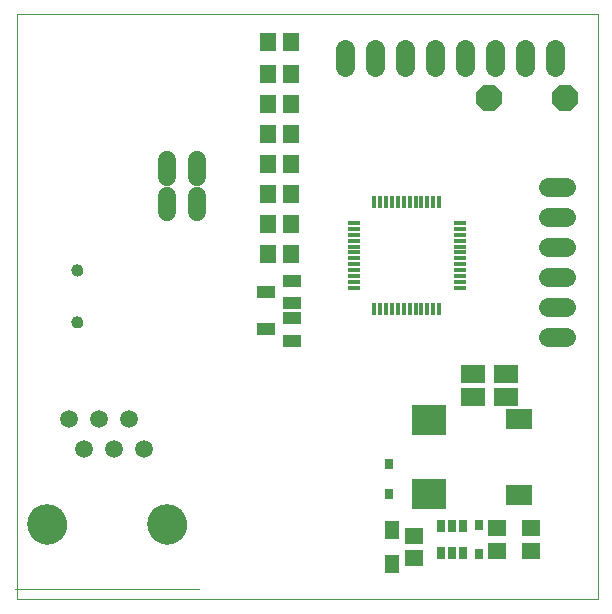
<source format=gbs>
G75*
%MOIN*%
%OFA0B0*%
%FSLAX25Y25*%
%IPPOS*%
%LPD*%
%AMOC8*
5,1,8,0,0,1.08239X$1,22.5*
%
%ADD10C,0.00000*%
%ADD11R,0.05518X0.06306*%
%ADD12R,0.11424X0.09849*%
%ADD13R,0.06306X0.05518*%
%ADD14R,0.08077X0.06306*%
%ADD15R,0.05912X0.04337*%
%ADD16R,0.02762X0.03550*%
%ADD17R,0.05124X0.06306*%
%ADD18R,0.04337X0.01187*%
%ADD19R,0.01187X0.04337*%
%ADD20R,0.02762X0.03943*%
%ADD21C,0.00039*%
%ADD22C,0.05943*%
%ADD23C,0.13200*%
%ADD24C,0.06000*%
%ADD25C,0.06400*%
%ADD26R,0.09061X0.06699*%
%ADD27OC8,0.08900*%
%ADD28C,0.03943*%
D10*
X0031644Y0065933D02*
X0031644Y0260894D01*
X0225345Y0260894D01*
X0225345Y0065933D01*
X0031644Y0065933D01*
X0035244Y0090933D02*
X0035246Y0091093D01*
X0035252Y0091252D01*
X0035262Y0091411D01*
X0035276Y0091570D01*
X0035294Y0091729D01*
X0035315Y0091887D01*
X0035341Y0092044D01*
X0035371Y0092201D01*
X0035404Y0092357D01*
X0035442Y0092512D01*
X0035483Y0092666D01*
X0035528Y0092819D01*
X0035577Y0092971D01*
X0035630Y0093122D01*
X0035686Y0093271D01*
X0035747Y0093419D01*
X0035810Y0093565D01*
X0035878Y0093710D01*
X0035949Y0093853D01*
X0036023Y0093994D01*
X0036101Y0094133D01*
X0036183Y0094270D01*
X0036268Y0094405D01*
X0036356Y0094538D01*
X0036448Y0094669D01*
X0036542Y0094797D01*
X0036640Y0094923D01*
X0036741Y0095047D01*
X0036845Y0095168D01*
X0036952Y0095286D01*
X0037062Y0095402D01*
X0037175Y0095515D01*
X0037291Y0095625D01*
X0037409Y0095732D01*
X0037530Y0095836D01*
X0037654Y0095937D01*
X0037780Y0096035D01*
X0037908Y0096129D01*
X0038039Y0096221D01*
X0038172Y0096309D01*
X0038307Y0096394D01*
X0038444Y0096476D01*
X0038583Y0096554D01*
X0038724Y0096628D01*
X0038867Y0096699D01*
X0039012Y0096767D01*
X0039158Y0096830D01*
X0039306Y0096891D01*
X0039455Y0096947D01*
X0039606Y0097000D01*
X0039758Y0097049D01*
X0039911Y0097094D01*
X0040065Y0097135D01*
X0040220Y0097173D01*
X0040376Y0097206D01*
X0040533Y0097236D01*
X0040690Y0097262D01*
X0040848Y0097283D01*
X0041007Y0097301D01*
X0041166Y0097315D01*
X0041325Y0097325D01*
X0041484Y0097331D01*
X0041644Y0097333D01*
X0041804Y0097331D01*
X0041963Y0097325D01*
X0042122Y0097315D01*
X0042281Y0097301D01*
X0042440Y0097283D01*
X0042598Y0097262D01*
X0042755Y0097236D01*
X0042912Y0097206D01*
X0043068Y0097173D01*
X0043223Y0097135D01*
X0043377Y0097094D01*
X0043530Y0097049D01*
X0043682Y0097000D01*
X0043833Y0096947D01*
X0043982Y0096891D01*
X0044130Y0096830D01*
X0044276Y0096767D01*
X0044421Y0096699D01*
X0044564Y0096628D01*
X0044705Y0096554D01*
X0044844Y0096476D01*
X0044981Y0096394D01*
X0045116Y0096309D01*
X0045249Y0096221D01*
X0045380Y0096129D01*
X0045508Y0096035D01*
X0045634Y0095937D01*
X0045758Y0095836D01*
X0045879Y0095732D01*
X0045997Y0095625D01*
X0046113Y0095515D01*
X0046226Y0095402D01*
X0046336Y0095286D01*
X0046443Y0095168D01*
X0046547Y0095047D01*
X0046648Y0094923D01*
X0046746Y0094797D01*
X0046840Y0094669D01*
X0046932Y0094538D01*
X0047020Y0094405D01*
X0047105Y0094270D01*
X0047187Y0094133D01*
X0047265Y0093994D01*
X0047339Y0093853D01*
X0047410Y0093710D01*
X0047478Y0093565D01*
X0047541Y0093419D01*
X0047602Y0093271D01*
X0047658Y0093122D01*
X0047711Y0092971D01*
X0047760Y0092819D01*
X0047805Y0092666D01*
X0047846Y0092512D01*
X0047884Y0092357D01*
X0047917Y0092201D01*
X0047947Y0092044D01*
X0047973Y0091887D01*
X0047994Y0091729D01*
X0048012Y0091570D01*
X0048026Y0091411D01*
X0048036Y0091252D01*
X0048042Y0091093D01*
X0048044Y0090933D01*
X0048042Y0090773D01*
X0048036Y0090614D01*
X0048026Y0090455D01*
X0048012Y0090296D01*
X0047994Y0090137D01*
X0047973Y0089979D01*
X0047947Y0089822D01*
X0047917Y0089665D01*
X0047884Y0089509D01*
X0047846Y0089354D01*
X0047805Y0089200D01*
X0047760Y0089047D01*
X0047711Y0088895D01*
X0047658Y0088744D01*
X0047602Y0088595D01*
X0047541Y0088447D01*
X0047478Y0088301D01*
X0047410Y0088156D01*
X0047339Y0088013D01*
X0047265Y0087872D01*
X0047187Y0087733D01*
X0047105Y0087596D01*
X0047020Y0087461D01*
X0046932Y0087328D01*
X0046840Y0087197D01*
X0046746Y0087069D01*
X0046648Y0086943D01*
X0046547Y0086819D01*
X0046443Y0086698D01*
X0046336Y0086580D01*
X0046226Y0086464D01*
X0046113Y0086351D01*
X0045997Y0086241D01*
X0045879Y0086134D01*
X0045758Y0086030D01*
X0045634Y0085929D01*
X0045508Y0085831D01*
X0045380Y0085737D01*
X0045249Y0085645D01*
X0045116Y0085557D01*
X0044981Y0085472D01*
X0044844Y0085390D01*
X0044705Y0085312D01*
X0044564Y0085238D01*
X0044421Y0085167D01*
X0044276Y0085099D01*
X0044130Y0085036D01*
X0043982Y0084975D01*
X0043833Y0084919D01*
X0043682Y0084866D01*
X0043530Y0084817D01*
X0043377Y0084772D01*
X0043223Y0084731D01*
X0043068Y0084693D01*
X0042912Y0084660D01*
X0042755Y0084630D01*
X0042598Y0084604D01*
X0042440Y0084583D01*
X0042281Y0084565D01*
X0042122Y0084551D01*
X0041963Y0084541D01*
X0041804Y0084535D01*
X0041644Y0084533D01*
X0041484Y0084535D01*
X0041325Y0084541D01*
X0041166Y0084551D01*
X0041007Y0084565D01*
X0040848Y0084583D01*
X0040690Y0084604D01*
X0040533Y0084630D01*
X0040376Y0084660D01*
X0040220Y0084693D01*
X0040065Y0084731D01*
X0039911Y0084772D01*
X0039758Y0084817D01*
X0039606Y0084866D01*
X0039455Y0084919D01*
X0039306Y0084975D01*
X0039158Y0085036D01*
X0039012Y0085099D01*
X0038867Y0085167D01*
X0038724Y0085238D01*
X0038583Y0085312D01*
X0038444Y0085390D01*
X0038307Y0085472D01*
X0038172Y0085557D01*
X0038039Y0085645D01*
X0037908Y0085737D01*
X0037780Y0085831D01*
X0037654Y0085929D01*
X0037530Y0086030D01*
X0037409Y0086134D01*
X0037291Y0086241D01*
X0037175Y0086351D01*
X0037062Y0086464D01*
X0036952Y0086580D01*
X0036845Y0086698D01*
X0036741Y0086819D01*
X0036640Y0086943D01*
X0036542Y0087069D01*
X0036448Y0087197D01*
X0036356Y0087328D01*
X0036268Y0087461D01*
X0036183Y0087596D01*
X0036101Y0087733D01*
X0036023Y0087872D01*
X0035949Y0088013D01*
X0035878Y0088156D01*
X0035810Y0088301D01*
X0035747Y0088447D01*
X0035686Y0088595D01*
X0035630Y0088744D01*
X0035577Y0088895D01*
X0035528Y0089047D01*
X0035483Y0089200D01*
X0035442Y0089354D01*
X0035404Y0089509D01*
X0035371Y0089665D01*
X0035341Y0089822D01*
X0035315Y0089979D01*
X0035294Y0090137D01*
X0035276Y0090296D01*
X0035262Y0090455D01*
X0035252Y0090614D01*
X0035246Y0090773D01*
X0035244Y0090933D01*
X0075244Y0090933D02*
X0075246Y0091093D01*
X0075252Y0091252D01*
X0075262Y0091411D01*
X0075276Y0091570D01*
X0075294Y0091729D01*
X0075315Y0091887D01*
X0075341Y0092044D01*
X0075371Y0092201D01*
X0075404Y0092357D01*
X0075442Y0092512D01*
X0075483Y0092666D01*
X0075528Y0092819D01*
X0075577Y0092971D01*
X0075630Y0093122D01*
X0075686Y0093271D01*
X0075747Y0093419D01*
X0075810Y0093565D01*
X0075878Y0093710D01*
X0075949Y0093853D01*
X0076023Y0093994D01*
X0076101Y0094133D01*
X0076183Y0094270D01*
X0076268Y0094405D01*
X0076356Y0094538D01*
X0076448Y0094669D01*
X0076542Y0094797D01*
X0076640Y0094923D01*
X0076741Y0095047D01*
X0076845Y0095168D01*
X0076952Y0095286D01*
X0077062Y0095402D01*
X0077175Y0095515D01*
X0077291Y0095625D01*
X0077409Y0095732D01*
X0077530Y0095836D01*
X0077654Y0095937D01*
X0077780Y0096035D01*
X0077908Y0096129D01*
X0078039Y0096221D01*
X0078172Y0096309D01*
X0078307Y0096394D01*
X0078444Y0096476D01*
X0078583Y0096554D01*
X0078724Y0096628D01*
X0078867Y0096699D01*
X0079012Y0096767D01*
X0079158Y0096830D01*
X0079306Y0096891D01*
X0079455Y0096947D01*
X0079606Y0097000D01*
X0079758Y0097049D01*
X0079911Y0097094D01*
X0080065Y0097135D01*
X0080220Y0097173D01*
X0080376Y0097206D01*
X0080533Y0097236D01*
X0080690Y0097262D01*
X0080848Y0097283D01*
X0081007Y0097301D01*
X0081166Y0097315D01*
X0081325Y0097325D01*
X0081484Y0097331D01*
X0081644Y0097333D01*
X0081804Y0097331D01*
X0081963Y0097325D01*
X0082122Y0097315D01*
X0082281Y0097301D01*
X0082440Y0097283D01*
X0082598Y0097262D01*
X0082755Y0097236D01*
X0082912Y0097206D01*
X0083068Y0097173D01*
X0083223Y0097135D01*
X0083377Y0097094D01*
X0083530Y0097049D01*
X0083682Y0097000D01*
X0083833Y0096947D01*
X0083982Y0096891D01*
X0084130Y0096830D01*
X0084276Y0096767D01*
X0084421Y0096699D01*
X0084564Y0096628D01*
X0084705Y0096554D01*
X0084844Y0096476D01*
X0084981Y0096394D01*
X0085116Y0096309D01*
X0085249Y0096221D01*
X0085380Y0096129D01*
X0085508Y0096035D01*
X0085634Y0095937D01*
X0085758Y0095836D01*
X0085879Y0095732D01*
X0085997Y0095625D01*
X0086113Y0095515D01*
X0086226Y0095402D01*
X0086336Y0095286D01*
X0086443Y0095168D01*
X0086547Y0095047D01*
X0086648Y0094923D01*
X0086746Y0094797D01*
X0086840Y0094669D01*
X0086932Y0094538D01*
X0087020Y0094405D01*
X0087105Y0094270D01*
X0087187Y0094133D01*
X0087265Y0093994D01*
X0087339Y0093853D01*
X0087410Y0093710D01*
X0087478Y0093565D01*
X0087541Y0093419D01*
X0087602Y0093271D01*
X0087658Y0093122D01*
X0087711Y0092971D01*
X0087760Y0092819D01*
X0087805Y0092666D01*
X0087846Y0092512D01*
X0087884Y0092357D01*
X0087917Y0092201D01*
X0087947Y0092044D01*
X0087973Y0091887D01*
X0087994Y0091729D01*
X0088012Y0091570D01*
X0088026Y0091411D01*
X0088036Y0091252D01*
X0088042Y0091093D01*
X0088044Y0090933D01*
X0088042Y0090773D01*
X0088036Y0090614D01*
X0088026Y0090455D01*
X0088012Y0090296D01*
X0087994Y0090137D01*
X0087973Y0089979D01*
X0087947Y0089822D01*
X0087917Y0089665D01*
X0087884Y0089509D01*
X0087846Y0089354D01*
X0087805Y0089200D01*
X0087760Y0089047D01*
X0087711Y0088895D01*
X0087658Y0088744D01*
X0087602Y0088595D01*
X0087541Y0088447D01*
X0087478Y0088301D01*
X0087410Y0088156D01*
X0087339Y0088013D01*
X0087265Y0087872D01*
X0087187Y0087733D01*
X0087105Y0087596D01*
X0087020Y0087461D01*
X0086932Y0087328D01*
X0086840Y0087197D01*
X0086746Y0087069D01*
X0086648Y0086943D01*
X0086547Y0086819D01*
X0086443Y0086698D01*
X0086336Y0086580D01*
X0086226Y0086464D01*
X0086113Y0086351D01*
X0085997Y0086241D01*
X0085879Y0086134D01*
X0085758Y0086030D01*
X0085634Y0085929D01*
X0085508Y0085831D01*
X0085380Y0085737D01*
X0085249Y0085645D01*
X0085116Y0085557D01*
X0084981Y0085472D01*
X0084844Y0085390D01*
X0084705Y0085312D01*
X0084564Y0085238D01*
X0084421Y0085167D01*
X0084276Y0085099D01*
X0084130Y0085036D01*
X0083982Y0084975D01*
X0083833Y0084919D01*
X0083682Y0084866D01*
X0083530Y0084817D01*
X0083377Y0084772D01*
X0083223Y0084731D01*
X0083068Y0084693D01*
X0082912Y0084660D01*
X0082755Y0084630D01*
X0082598Y0084604D01*
X0082440Y0084583D01*
X0082281Y0084565D01*
X0082122Y0084551D01*
X0081963Y0084541D01*
X0081804Y0084535D01*
X0081644Y0084533D01*
X0081484Y0084535D01*
X0081325Y0084541D01*
X0081166Y0084551D01*
X0081007Y0084565D01*
X0080848Y0084583D01*
X0080690Y0084604D01*
X0080533Y0084630D01*
X0080376Y0084660D01*
X0080220Y0084693D01*
X0080065Y0084731D01*
X0079911Y0084772D01*
X0079758Y0084817D01*
X0079606Y0084866D01*
X0079455Y0084919D01*
X0079306Y0084975D01*
X0079158Y0085036D01*
X0079012Y0085099D01*
X0078867Y0085167D01*
X0078724Y0085238D01*
X0078583Y0085312D01*
X0078444Y0085390D01*
X0078307Y0085472D01*
X0078172Y0085557D01*
X0078039Y0085645D01*
X0077908Y0085737D01*
X0077780Y0085831D01*
X0077654Y0085929D01*
X0077530Y0086030D01*
X0077409Y0086134D01*
X0077291Y0086241D01*
X0077175Y0086351D01*
X0077062Y0086464D01*
X0076952Y0086580D01*
X0076845Y0086698D01*
X0076741Y0086819D01*
X0076640Y0086943D01*
X0076542Y0087069D01*
X0076448Y0087197D01*
X0076356Y0087328D01*
X0076268Y0087461D01*
X0076183Y0087596D01*
X0076101Y0087733D01*
X0076023Y0087872D01*
X0075949Y0088013D01*
X0075878Y0088156D01*
X0075810Y0088301D01*
X0075747Y0088447D01*
X0075686Y0088595D01*
X0075630Y0088744D01*
X0075577Y0088895D01*
X0075528Y0089047D01*
X0075483Y0089200D01*
X0075442Y0089354D01*
X0075404Y0089509D01*
X0075371Y0089665D01*
X0075341Y0089822D01*
X0075315Y0089979D01*
X0075294Y0090137D01*
X0075276Y0090296D01*
X0075262Y0090455D01*
X0075252Y0090614D01*
X0075246Y0090773D01*
X0075244Y0090933D01*
X0049872Y0158335D02*
X0049874Y0158419D01*
X0049880Y0158502D01*
X0049890Y0158585D01*
X0049904Y0158668D01*
X0049921Y0158750D01*
X0049943Y0158831D01*
X0049968Y0158910D01*
X0049997Y0158989D01*
X0050030Y0159066D01*
X0050066Y0159141D01*
X0050106Y0159215D01*
X0050149Y0159287D01*
X0050196Y0159356D01*
X0050246Y0159423D01*
X0050299Y0159488D01*
X0050355Y0159550D01*
X0050413Y0159610D01*
X0050475Y0159667D01*
X0050539Y0159720D01*
X0050606Y0159771D01*
X0050675Y0159818D01*
X0050746Y0159863D01*
X0050819Y0159903D01*
X0050894Y0159940D01*
X0050971Y0159974D01*
X0051049Y0160004D01*
X0051128Y0160030D01*
X0051209Y0160053D01*
X0051291Y0160071D01*
X0051373Y0160086D01*
X0051456Y0160097D01*
X0051539Y0160104D01*
X0051623Y0160107D01*
X0051707Y0160106D01*
X0051790Y0160101D01*
X0051874Y0160092D01*
X0051956Y0160079D01*
X0052038Y0160063D01*
X0052119Y0160042D01*
X0052200Y0160018D01*
X0052278Y0159990D01*
X0052356Y0159958D01*
X0052432Y0159922D01*
X0052506Y0159883D01*
X0052578Y0159841D01*
X0052648Y0159795D01*
X0052716Y0159746D01*
X0052781Y0159694D01*
X0052844Y0159639D01*
X0052904Y0159581D01*
X0052962Y0159520D01*
X0053016Y0159456D01*
X0053068Y0159390D01*
X0053116Y0159322D01*
X0053161Y0159251D01*
X0053202Y0159178D01*
X0053241Y0159104D01*
X0053275Y0159028D01*
X0053306Y0158950D01*
X0053333Y0158871D01*
X0053357Y0158790D01*
X0053376Y0158709D01*
X0053392Y0158627D01*
X0053404Y0158544D01*
X0053412Y0158460D01*
X0053416Y0158377D01*
X0053416Y0158293D01*
X0053412Y0158210D01*
X0053404Y0158126D01*
X0053392Y0158043D01*
X0053376Y0157961D01*
X0053357Y0157880D01*
X0053333Y0157799D01*
X0053306Y0157720D01*
X0053275Y0157642D01*
X0053241Y0157566D01*
X0053202Y0157492D01*
X0053161Y0157419D01*
X0053116Y0157348D01*
X0053068Y0157280D01*
X0053016Y0157214D01*
X0052962Y0157150D01*
X0052904Y0157089D01*
X0052844Y0157031D01*
X0052781Y0156976D01*
X0052716Y0156924D01*
X0052648Y0156875D01*
X0052578Y0156829D01*
X0052506Y0156787D01*
X0052432Y0156748D01*
X0052356Y0156712D01*
X0052278Y0156680D01*
X0052200Y0156652D01*
X0052119Y0156628D01*
X0052038Y0156607D01*
X0051956Y0156591D01*
X0051874Y0156578D01*
X0051790Y0156569D01*
X0051707Y0156564D01*
X0051623Y0156563D01*
X0051539Y0156566D01*
X0051456Y0156573D01*
X0051373Y0156584D01*
X0051291Y0156599D01*
X0051209Y0156617D01*
X0051128Y0156640D01*
X0051049Y0156666D01*
X0050971Y0156696D01*
X0050894Y0156730D01*
X0050819Y0156767D01*
X0050746Y0156807D01*
X0050675Y0156852D01*
X0050606Y0156899D01*
X0050539Y0156950D01*
X0050475Y0157003D01*
X0050413Y0157060D01*
X0050355Y0157120D01*
X0050299Y0157182D01*
X0050246Y0157247D01*
X0050196Y0157314D01*
X0050149Y0157383D01*
X0050106Y0157455D01*
X0050066Y0157529D01*
X0050030Y0157604D01*
X0049997Y0157681D01*
X0049968Y0157760D01*
X0049943Y0157839D01*
X0049921Y0157920D01*
X0049904Y0158002D01*
X0049890Y0158085D01*
X0049880Y0158168D01*
X0049874Y0158251D01*
X0049872Y0158335D01*
X0049872Y0175657D02*
X0049874Y0175741D01*
X0049880Y0175824D01*
X0049890Y0175907D01*
X0049904Y0175990D01*
X0049921Y0176072D01*
X0049943Y0176153D01*
X0049968Y0176232D01*
X0049997Y0176311D01*
X0050030Y0176388D01*
X0050066Y0176463D01*
X0050106Y0176537D01*
X0050149Y0176609D01*
X0050196Y0176678D01*
X0050246Y0176745D01*
X0050299Y0176810D01*
X0050355Y0176872D01*
X0050413Y0176932D01*
X0050475Y0176989D01*
X0050539Y0177042D01*
X0050606Y0177093D01*
X0050675Y0177140D01*
X0050746Y0177185D01*
X0050819Y0177225D01*
X0050894Y0177262D01*
X0050971Y0177296D01*
X0051049Y0177326D01*
X0051128Y0177352D01*
X0051209Y0177375D01*
X0051291Y0177393D01*
X0051373Y0177408D01*
X0051456Y0177419D01*
X0051539Y0177426D01*
X0051623Y0177429D01*
X0051707Y0177428D01*
X0051790Y0177423D01*
X0051874Y0177414D01*
X0051956Y0177401D01*
X0052038Y0177385D01*
X0052119Y0177364D01*
X0052200Y0177340D01*
X0052278Y0177312D01*
X0052356Y0177280D01*
X0052432Y0177244D01*
X0052506Y0177205D01*
X0052578Y0177163D01*
X0052648Y0177117D01*
X0052716Y0177068D01*
X0052781Y0177016D01*
X0052844Y0176961D01*
X0052904Y0176903D01*
X0052962Y0176842D01*
X0053016Y0176778D01*
X0053068Y0176712D01*
X0053116Y0176644D01*
X0053161Y0176573D01*
X0053202Y0176500D01*
X0053241Y0176426D01*
X0053275Y0176350D01*
X0053306Y0176272D01*
X0053333Y0176193D01*
X0053357Y0176112D01*
X0053376Y0176031D01*
X0053392Y0175949D01*
X0053404Y0175866D01*
X0053412Y0175782D01*
X0053416Y0175699D01*
X0053416Y0175615D01*
X0053412Y0175532D01*
X0053404Y0175448D01*
X0053392Y0175365D01*
X0053376Y0175283D01*
X0053357Y0175202D01*
X0053333Y0175121D01*
X0053306Y0175042D01*
X0053275Y0174964D01*
X0053241Y0174888D01*
X0053202Y0174814D01*
X0053161Y0174741D01*
X0053116Y0174670D01*
X0053068Y0174602D01*
X0053016Y0174536D01*
X0052962Y0174472D01*
X0052904Y0174411D01*
X0052844Y0174353D01*
X0052781Y0174298D01*
X0052716Y0174246D01*
X0052648Y0174197D01*
X0052578Y0174151D01*
X0052506Y0174109D01*
X0052432Y0174070D01*
X0052356Y0174034D01*
X0052278Y0174002D01*
X0052200Y0173974D01*
X0052119Y0173950D01*
X0052038Y0173929D01*
X0051956Y0173913D01*
X0051874Y0173900D01*
X0051790Y0173891D01*
X0051707Y0173886D01*
X0051623Y0173885D01*
X0051539Y0173888D01*
X0051456Y0173895D01*
X0051373Y0173906D01*
X0051291Y0173921D01*
X0051209Y0173939D01*
X0051128Y0173962D01*
X0051049Y0173988D01*
X0050971Y0174018D01*
X0050894Y0174052D01*
X0050819Y0174089D01*
X0050746Y0174129D01*
X0050675Y0174174D01*
X0050606Y0174221D01*
X0050539Y0174272D01*
X0050475Y0174325D01*
X0050413Y0174382D01*
X0050355Y0174442D01*
X0050299Y0174504D01*
X0050246Y0174569D01*
X0050196Y0174636D01*
X0050149Y0174705D01*
X0050106Y0174777D01*
X0050066Y0174851D01*
X0050030Y0174926D01*
X0049997Y0175003D01*
X0049968Y0175082D01*
X0049943Y0175161D01*
X0049921Y0175242D01*
X0049904Y0175324D01*
X0049890Y0175407D01*
X0049880Y0175490D01*
X0049874Y0175573D01*
X0049872Y0175657D01*
D11*
X0115404Y0180933D03*
X0122884Y0180933D03*
X0122884Y0190933D03*
X0115404Y0190933D03*
X0115404Y0200933D03*
X0122884Y0200933D03*
X0122884Y0211051D03*
X0115404Y0211051D03*
X0115404Y0220933D03*
X0122884Y0220933D03*
X0122884Y0230933D03*
X0115404Y0230933D03*
X0115404Y0241130D03*
X0122884Y0241130D03*
X0122884Y0251681D03*
X0115404Y0251681D03*
D12*
X0169144Y0125835D03*
X0169144Y0101031D03*
D13*
X0164144Y0087173D03*
X0164144Y0079693D03*
X0191644Y0082193D03*
X0191644Y0089673D03*
X0203144Y0089673D03*
X0203144Y0082193D03*
D14*
X0194557Y0133433D03*
X0194557Y0140933D03*
X0183730Y0140933D03*
X0183730Y0133433D03*
D15*
X0123474Y0152193D03*
X0123474Y0159673D03*
X0123474Y0164693D03*
X0123474Y0172173D03*
X0114813Y0168433D03*
X0114813Y0155933D03*
D16*
X0155620Y0110972D03*
X0155620Y0101130D03*
X0185644Y0090854D03*
X0185644Y0081012D03*
D17*
X0156644Y0077724D03*
X0156644Y0089142D03*
D18*
X0143849Y0169772D03*
X0143849Y0171740D03*
X0143849Y0173709D03*
X0143849Y0175677D03*
X0143849Y0177646D03*
X0143849Y0179614D03*
X0143849Y0181583D03*
X0143849Y0183551D03*
X0143849Y0185520D03*
X0143849Y0187488D03*
X0143849Y0189457D03*
X0143849Y0191425D03*
X0179282Y0191425D03*
X0179282Y0189457D03*
X0179282Y0187488D03*
X0179282Y0185520D03*
X0179282Y0183551D03*
X0179282Y0181583D03*
X0179282Y0179614D03*
X0179282Y0177646D03*
X0179282Y0175677D03*
X0179282Y0173709D03*
X0179282Y0171740D03*
X0179282Y0169772D03*
D19*
X0172392Y0162882D03*
X0170423Y0162882D03*
X0168455Y0162882D03*
X0166486Y0162882D03*
X0164518Y0162882D03*
X0162549Y0162882D03*
X0160581Y0162882D03*
X0158612Y0162882D03*
X0156644Y0162882D03*
X0154675Y0162882D03*
X0152707Y0162882D03*
X0150738Y0162882D03*
X0150738Y0198315D03*
X0152707Y0198315D03*
X0154675Y0198315D03*
X0156644Y0198315D03*
X0158612Y0198315D03*
X0160581Y0198315D03*
X0162549Y0198315D03*
X0164518Y0198315D03*
X0166486Y0198315D03*
X0168455Y0198315D03*
X0170423Y0198315D03*
X0172392Y0198315D03*
D20*
X0172904Y0090461D03*
X0176644Y0090461D03*
X0180384Y0090461D03*
X0180384Y0081406D03*
X0176644Y0081406D03*
X0172904Y0081406D03*
D21*
X0092394Y0069240D02*
X0030894Y0069240D01*
D22*
X0054144Y0115933D03*
X0059144Y0125933D03*
X0069144Y0125933D03*
X0074144Y0115933D03*
X0064144Y0115933D03*
X0049144Y0125933D03*
D23*
X0041644Y0090933D03*
X0081644Y0090933D03*
D24*
X0081658Y0194893D02*
X0081658Y0200493D01*
X0081644Y0206735D02*
X0081644Y0212335D01*
X0091644Y0212335D02*
X0091644Y0206735D01*
X0091658Y0200493D02*
X0091658Y0194893D01*
D25*
X0141152Y0243425D02*
X0141152Y0249425D01*
X0151152Y0249425D02*
X0151152Y0243425D01*
X0161152Y0243425D02*
X0161152Y0249425D01*
X0171152Y0249425D02*
X0171152Y0243425D01*
X0181152Y0243425D02*
X0181152Y0249425D01*
X0191152Y0249425D02*
X0191152Y0243425D01*
X0201152Y0243425D02*
X0201152Y0249425D01*
X0211152Y0249425D02*
X0211152Y0243425D01*
X0208723Y0203315D02*
X0214723Y0203315D01*
X0214723Y0193315D02*
X0208723Y0193315D01*
X0208723Y0183315D02*
X0214723Y0183315D01*
X0214723Y0173315D02*
X0208723Y0173315D01*
X0208723Y0163315D02*
X0214723Y0163315D01*
X0214723Y0153315D02*
X0208723Y0153315D01*
D26*
X0199144Y0126031D03*
X0199144Y0100835D03*
D27*
X0188844Y0232941D03*
X0214444Y0232941D03*
D28*
X0051644Y0175657D03*
X0051644Y0158335D03*
M02*

</source>
